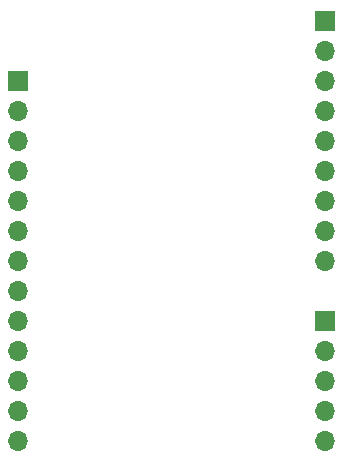
<source format=gbr>
%TF.GenerationSoftware,KiCad,Pcbnew,(6.0.9)*%
%TF.CreationDate,2023-01-29T17:21:33+01:00*%
%TF.ProjectId,witns_processing_board,7769746e-735f-4707-926f-63657373696e,rev?*%
%TF.SameCoordinates,Original*%
%TF.FileFunction,Soldermask,Bot*%
%TF.FilePolarity,Negative*%
%FSLAX46Y46*%
G04 Gerber Fmt 4.6, Leading zero omitted, Abs format (unit mm)*
G04 Created by KiCad (PCBNEW (6.0.9)) date 2023-01-29 17:21:33*
%MOMM*%
%LPD*%
G01*
G04 APERTURE LIST*
%ADD10R,1.700000X1.700000*%
%ADD11O,1.700000X1.700000*%
G04 APERTURE END LIST*
D10*
%TO.C,J103*%
X63000000Y-100000000D03*
D11*
X63000000Y-102540000D03*
X63000000Y-105080000D03*
X63000000Y-107620000D03*
X63000000Y-110160000D03*
X63000000Y-112700000D03*
X63000000Y-115240000D03*
X63000000Y-117780000D03*
X63000000Y-120320000D03*
%TD*%
D10*
%TO.C,J102*%
X63000000Y-125400000D03*
D11*
X63000000Y-127940000D03*
X63000000Y-130480000D03*
X63000000Y-133020000D03*
X63000000Y-135560000D03*
%TD*%
D10*
%TO.C,J101*%
X37000000Y-105080000D03*
D11*
X37000000Y-107620000D03*
X37000000Y-110160000D03*
X37000000Y-112700000D03*
X37000000Y-115240000D03*
X37000000Y-117780000D03*
X37000000Y-120320000D03*
X37000000Y-122860000D03*
X37000000Y-125400000D03*
X37000000Y-127940000D03*
X37000000Y-130480000D03*
X37000000Y-133020000D03*
X37000000Y-135560000D03*
%TD*%
M02*

</source>
